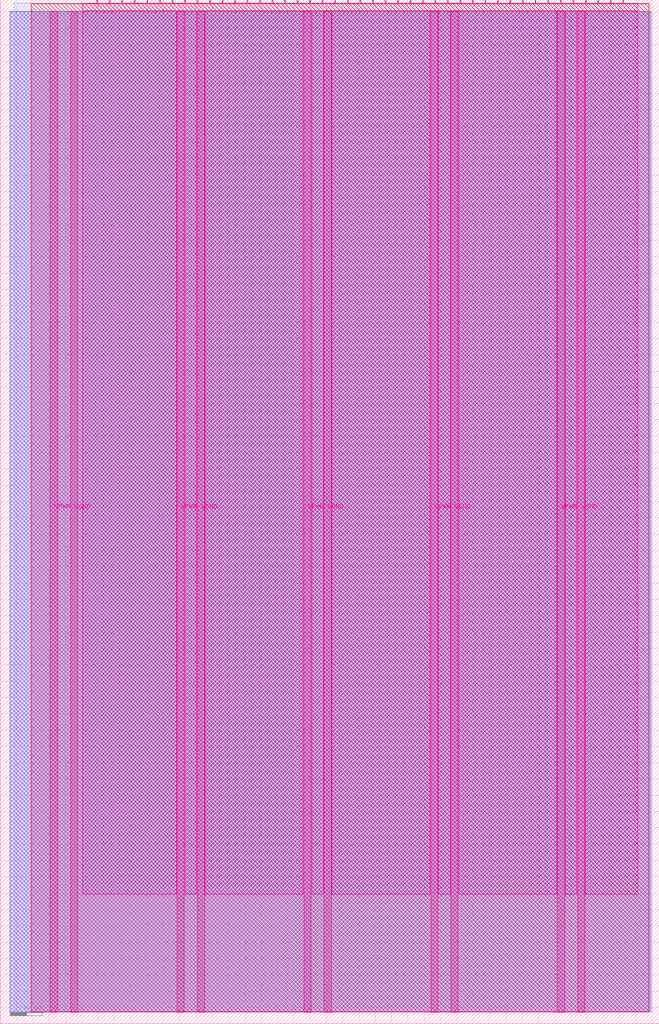
<source format=lef>
VERSION 5.7 ;
  NOWIREEXTENSIONATPIN ON ;
  DIVIDERCHAR "/" ;
  BUSBITCHARS "[]" ;
MACRO tt_um_rejunity_e2m0_x_i8_matmul
  CLASS BLOCK ;
  FOREIGN tt_um_rejunity_e2m0_x_i8_matmul ;
  ORIGIN 0.000 0.000 ;
  SIZE 202.080 BY 313.740 ;
  PIN VGND
    DIRECTION INOUT ;
    USE GROUND ;
    PORT
      LAYER Metal5 ;
        RECT 21.580 3.560 23.780 310.180 ;
    END
    PORT
      LAYER Metal5 ;
        RECT 60.450 3.560 62.650 310.180 ;
    END
    PORT
      LAYER Metal5 ;
        RECT 99.320 3.560 101.520 310.180 ;
    END
    PORT
      LAYER Metal5 ;
        RECT 138.190 3.560 140.390 310.180 ;
    END
    PORT
      LAYER Metal5 ;
        RECT 177.060 3.560 179.260 310.180 ;
    END
  END VGND
  PIN VPWR
    DIRECTION INOUT ;
    USE POWER ;
    PORT
      LAYER Metal5 ;
        RECT 15.380 3.560 17.580 310.180 ;
    END
    PORT
      LAYER Metal5 ;
        RECT 54.250 3.560 56.450 310.180 ;
    END
    PORT
      LAYER Metal5 ;
        RECT 93.120 3.560 95.320 310.180 ;
    END
    PORT
      LAYER Metal5 ;
        RECT 131.990 3.560 134.190 310.180 ;
    END
    PORT
      LAYER Metal5 ;
        RECT 170.860 3.560 173.060 310.180 ;
    END
  END VPWR
  PIN clk
    DIRECTION INPUT ;
    USE SIGNAL ;
    ANTENNAGATEAREA 2.646800 ;
    ANTENNADIFFAREA 8.061600 ;
    PORT
      LAYER Metal5 ;
        RECT 187.050 312.740 187.350 313.740 ;
    END
  END clk
  PIN ena
    DIRECTION INPUT ;
    USE SIGNAL ;
    ANTENNAGATEAREA 0.314600 ;
    PORT
      LAYER Metal5 ;
        RECT 190.890 312.740 191.190 313.740 ;
    END
  END ena
  PIN rst_n
    DIRECTION INPUT ;
    USE SIGNAL ;
    ANTENNAGATEAREA 0.639600 ;
    PORT
      LAYER Metal5 ;
        RECT 183.210 312.740 183.510 313.740 ;
    END
  END rst_n
  PIN ui_in[0]
    DIRECTION INPUT ;
    USE SIGNAL ;
    ANTENNAGATEAREA 0.213200 ;
    PORT
      LAYER Metal5 ;
        RECT 179.370 312.740 179.670 313.740 ;
    END
  END ui_in[0]
  PIN ui_in[1]
    DIRECTION INPUT ;
    USE SIGNAL ;
    ANTENNAGATEAREA 0.213200 ;
    PORT
      LAYER Metal5 ;
        RECT 175.530 312.740 175.830 313.740 ;
    END
  END ui_in[1]
  PIN ui_in[2]
    DIRECTION INPUT ;
    USE SIGNAL ;
    ANTENNAGATEAREA 0.213200 ;
    PORT
      LAYER Metal5 ;
        RECT 171.690 312.740 171.990 313.740 ;
    END
  END ui_in[2]
  PIN ui_in[3]
    DIRECTION INPUT ;
    USE SIGNAL ;
    ANTENNAGATEAREA 0.180700 ;
    PORT
      LAYER Metal5 ;
        RECT 167.850 312.740 168.150 313.740 ;
    END
  END ui_in[3]
  PIN ui_in[4]
    DIRECTION INPUT ;
    USE SIGNAL ;
    ANTENNAGATEAREA 0.213200 ;
    PORT
      LAYER Metal5 ;
        RECT 164.010 312.740 164.310 313.740 ;
    END
  END ui_in[4]
  PIN ui_in[5]
    DIRECTION INPUT ;
    USE SIGNAL ;
    ANTENNAGATEAREA 0.213200 ;
    PORT
      LAYER Metal5 ;
        RECT 160.170 312.740 160.470 313.740 ;
    END
  END ui_in[5]
  PIN ui_in[6]
    DIRECTION INPUT ;
    USE SIGNAL ;
    ANTENNAGATEAREA 0.213200 ;
    PORT
      LAYER Metal5 ;
        RECT 156.330 312.740 156.630 313.740 ;
    END
  END ui_in[6]
  PIN ui_in[7]
    DIRECTION INPUT ;
    USE SIGNAL ;
    ANTENNAGATEAREA 0.213200 ;
    PORT
      LAYER Metal5 ;
        RECT 152.490 312.740 152.790 313.740 ;
    END
  END ui_in[7]
  PIN uio_in[0]
    DIRECTION INPUT ;
    USE SIGNAL ;
    ANTENNAGATEAREA 0.180700 ;
    PORT
      LAYER Metal5 ;
        RECT 148.650 312.740 148.950 313.740 ;
    END
  END uio_in[0]
  PIN uio_in[1]
    DIRECTION INPUT ;
    USE SIGNAL ;
    ANTENNAGATEAREA 0.180700 ;
    PORT
      LAYER Metal5 ;
        RECT 144.810 312.740 145.110 313.740 ;
    END
  END uio_in[1]
  PIN uio_in[2]
    DIRECTION INPUT ;
    USE SIGNAL ;
    ANTENNAGATEAREA 0.180700 ;
    PORT
      LAYER Metal5 ;
        RECT 140.970 312.740 141.270 313.740 ;
    END
  END uio_in[2]
  PIN uio_in[3]
    DIRECTION INPUT ;
    USE SIGNAL ;
    ANTENNAGATEAREA 0.180700 ;
    PORT
      LAYER Metal5 ;
        RECT 137.130 312.740 137.430 313.740 ;
    END
  END uio_in[3]
  PIN uio_in[4]
    DIRECTION INPUT ;
    USE SIGNAL ;
    ANTENNAGATEAREA 0.180700 ;
    PORT
      LAYER Metal5 ;
        RECT 133.290 312.740 133.590 313.740 ;
    END
  END uio_in[4]
  PIN uio_in[5]
    DIRECTION INPUT ;
    USE SIGNAL ;
    ANTENNAGATEAREA 0.180700 ;
    PORT
      LAYER Metal5 ;
        RECT 129.450 312.740 129.750 313.740 ;
    END
  END uio_in[5]
  PIN uio_in[6]
    DIRECTION INPUT ;
    USE SIGNAL ;
    ANTENNAGATEAREA 0.180700 ;
    PORT
      LAYER Metal5 ;
        RECT 125.610 312.740 125.910 313.740 ;
    END
  END uio_in[6]
  PIN uio_in[7]
    DIRECTION INPUT ;
    USE SIGNAL ;
    ANTENNAGATEAREA 0.180700 ;
    PORT
      LAYER Metal5 ;
        RECT 121.770 312.740 122.070 313.740 ;
    END
  END uio_in[7]
  PIN uio_oe[0]
    DIRECTION OUTPUT ;
    USE SIGNAL ;
    ANTENNADIFFAREA 0.299200 ;
    PORT
      LAYER Metal5 ;
        RECT 56.490 312.740 56.790 313.740 ;
    END
  END uio_oe[0]
  PIN uio_oe[1]
    DIRECTION OUTPUT ;
    USE SIGNAL ;
    ANTENNADIFFAREA 0.299200 ;
    PORT
      LAYER Metal5 ;
        RECT 52.650 312.740 52.950 313.740 ;
    END
  END uio_oe[1]
  PIN uio_oe[2]
    DIRECTION OUTPUT ;
    USE SIGNAL ;
    ANTENNADIFFAREA 0.299200 ;
    PORT
      LAYER Metal5 ;
        RECT 48.810 312.740 49.110 313.740 ;
    END
  END uio_oe[2]
  PIN uio_oe[3]
    DIRECTION OUTPUT ;
    USE SIGNAL ;
    ANTENNADIFFAREA 0.299200 ;
    PORT
      LAYER Metal5 ;
        RECT 44.970 312.740 45.270 313.740 ;
    END
  END uio_oe[3]
  PIN uio_oe[4]
    DIRECTION OUTPUT ;
    USE SIGNAL ;
    ANTENNADIFFAREA 0.299200 ;
    PORT
      LAYER Metal5 ;
        RECT 41.130 312.740 41.430 313.740 ;
    END
  END uio_oe[4]
  PIN uio_oe[5]
    DIRECTION OUTPUT ;
    USE SIGNAL ;
    ANTENNADIFFAREA 0.299200 ;
    PORT
      LAYER Metal5 ;
        RECT 37.290 312.740 37.590 313.740 ;
    END
  END uio_oe[5]
  PIN uio_oe[6]
    DIRECTION OUTPUT ;
    USE SIGNAL ;
    ANTENNADIFFAREA 0.299200 ;
    PORT
      LAYER Metal5 ;
        RECT 33.450 312.740 33.750 313.740 ;
    END
  END uio_oe[6]
  PIN uio_oe[7]
    DIRECTION OUTPUT ;
    USE SIGNAL ;
    ANTENNADIFFAREA 0.299200 ;
    PORT
      LAYER Metal5 ;
        RECT 29.610 312.740 29.910 313.740 ;
    END
  END uio_oe[7]
  PIN uio_out[0]
    DIRECTION OUTPUT ;
    USE SIGNAL ;
    ANTENNADIFFAREA 0.299200 ;
    PORT
      LAYER Metal5 ;
        RECT 87.210 312.740 87.510 313.740 ;
    END
  END uio_out[0]
  PIN uio_out[1]
    DIRECTION OUTPUT ;
    USE SIGNAL ;
    ANTENNADIFFAREA 0.299200 ;
    PORT
      LAYER Metal5 ;
        RECT 83.370 312.740 83.670 313.740 ;
    END
  END uio_out[1]
  PIN uio_out[2]
    DIRECTION OUTPUT ;
    USE SIGNAL ;
    ANTENNADIFFAREA 0.299200 ;
    PORT
      LAYER Metal5 ;
        RECT 79.530 312.740 79.830 313.740 ;
    END
  END uio_out[2]
  PIN uio_out[3]
    DIRECTION OUTPUT ;
    USE SIGNAL ;
    ANTENNADIFFAREA 0.299200 ;
    PORT
      LAYER Metal5 ;
        RECT 75.690 312.740 75.990 313.740 ;
    END
  END uio_out[3]
  PIN uio_out[4]
    DIRECTION OUTPUT ;
    USE SIGNAL ;
    ANTENNADIFFAREA 0.299200 ;
    PORT
      LAYER Metal5 ;
        RECT 71.850 312.740 72.150 313.740 ;
    END
  END uio_out[4]
  PIN uio_out[5]
    DIRECTION OUTPUT ;
    USE SIGNAL ;
    ANTENNADIFFAREA 0.299200 ;
    PORT
      LAYER Metal5 ;
        RECT 68.010 312.740 68.310 313.740 ;
    END
  END uio_out[5]
  PIN uio_out[6]
    DIRECTION OUTPUT ;
    USE SIGNAL ;
    ANTENNADIFFAREA 0.299200 ;
    PORT
      LAYER Metal5 ;
        RECT 64.170 312.740 64.470 313.740 ;
    END
  END uio_out[6]
  PIN uio_out[7]
    DIRECTION OUTPUT ;
    USE SIGNAL ;
    ANTENNADIFFAREA 0.299200 ;
    PORT
      LAYER Metal5 ;
        RECT 60.330 312.740 60.630 313.740 ;
    END
  END uio_out[7]
  PIN uo_out[0]
    DIRECTION OUTPUT ;
    USE SIGNAL ;
    ANTENNADIFFAREA 0.654800 ;
    PORT
      LAYER Metal5 ;
        RECT 117.930 312.740 118.230 313.740 ;
    END
  END uo_out[0]
  PIN uo_out[1]
    DIRECTION OUTPUT ;
    USE SIGNAL ;
    ANTENNADIFFAREA 0.706800 ;
    PORT
      LAYER Metal5 ;
        RECT 114.090 312.740 114.390 313.740 ;
    END
  END uo_out[1]
  PIN uo_out[2]
    DIRECTION OUTPUT ;
    USE SIGNAL ;
    ANTENNADIFFAREA 0.654800 ;
    PORT
      LAYER Metal5 ;
        RECT 110.250 312.740 110.550 313.740 ;
    END
  END uo_out[2]
  PIN uo_out[3]
    DIRECTION OUTPUT ;
    USE SIGNAL ;
    ANTENNADIFFAREA 0.654800 ;
    PORT
      LAYER Metal5 ;
        RECT 106.410 312.740 106.710 313.740 ;
    END
  END uo_out[3]
  PIN uo_out[4]
    DIRECTION OUTPUT ;
    USE SIGNAL ;
    ANTENNADIFFAREA 0.654800 ;
    PORT
      LAYER Metal5 ;
        RECT 102.570 312.740 102.870 313.740 ;
    END
  END uo_out[4]
  PIN uo_out[5]
    DIRECTION OUTPUT ;
    USE SIGNAL ;
    ANTENNADIFFAREA 0.654800 ;
    PORT
      LAYER Metal5 ;
        RECT 98.730 312.740 99.030 313.740 ;
    END
  END uo_out[5]
  PIN uo_out[6]
    DIRECTION OUTPUT ;
    USE SIGNAL ;
    ANTENNADIFFAREA 0.654800 ;
    PORT
      LAYER Metal5 ;
        RECT 94.890 312.740 95.190 313.740 ;
    END
  END uo_out[6]
  PIN uo_out[7]
    DIRECTION OUTPUT ;
    USE SIGNAL ;
    ANTENNADIFFAREA 0.654800 ;
    PORT
      LAYER Metal5 ;
        RECT 91.050 312.740 91.350 313.740 ;
    END
  END uo_out[7]
  OBS
      LAYER GatPoly ;
        RECT 2.880 3.630 199.200 310.110 ;
      LAYER Metal1 ;
        RECT 2.880 3.560 199.200 310.180 ;
      LAYER Metal2 ;
        RECT 3.170 3.680 199.620 310.060 ;
      LAYER Metal3 ;
        RECT 4.220 3.635 199.300 312.625 ;
      LAYER Metal4 ;
        RECT 9.455 3.680 198.865 312.580 ;
      LAYER Metal5 ;
        RECT 25.340 312.530 29.400 312.740 ;
        RECT 30.120 312.530 33.240 312.740 ;
        RECT 33.960 312.530 37.080 312.740 ;
        RECT 37.800 312.530 40.920 312.740 ;
        RECT 41.640 312.530 44.760 312.740 ;
        RECT 45.480 312.530 48.600 312.740 ;
        RECT 49.320 312.530 52.440 312.740 ;
        RECT 53.160 312.530 56.280 312.740 ;
        RECT 57.000 312.530 60.120 312.740 ;
        RECT 60.840 312.530 63.960 312.740 ;
        RECT 64.680 312.530 67.800 312.740 ;
        RECT 68.520 312.530 71.640 312.740 ;
        RECT 72.360 312.530 75.480 312.740 ;
        RECT 76.200 312.530 79.320 312.740 ;
        RECT 80.040 312.530 83.160 312.740 ;
        RECT 83.880 312.530 87.000 312.740 ;
        RECT 87.720 312.530 90.840 312.740 ;
        RECT 91.560 312.530 94.680 312.740 ;
        RECT 95.400 312.530 98.520 312.740 ;
        RECT 99.240 312.530 102.360 312.740 ;
        RECT 103.080 312.530 106.200 312.740 ;
        RECT 106.920 312.530 110.040 312.740 ;
        RECT 110.760 312.530 113.880 312.740 ;
        RECT 114.600 312.530 117.720 312.740 ;
        RECT 118.440 312.530 121.560 312.740 ;
        RECT 122.280 312.530 125.400 312.740 ;
        RECT 126.120 312.530 129.240 312.740 ;
        RECT 129.960 312.530 133.080 312.740 ;
        RECT 133.800 312.530 136.920 312.740 ;
        RECT 137.640 312.530 140.760 312.740 ;
        RECT 141.480 312.530 144.600 312.740 ;
        RECT 145.320 312.530 148.440 312.740 ;
        RECT 149.160 312.530 152.280 312.740 ;
        RECT 153.000 312.530 156.120 312.740 ;
        RECT 156.840 312.530 159.960 312.740 ;
        RECT 160.680 312.530 163.800 312.740 ;
        RECT 164.520 312.530 167.640 312.740 ;
        RECT 168.360 312.530 171.480 312.740 ;
        RECT 172.200 312.530 175.320 312.740 ;
        RECT 176.040 312.530 179.160 312.740 ;
        RECT 179.880 312.530 183.000 312.740 ;
        RECT 183.720 312.530 186.840 312.740 ;
        RECT 187.560 312.530 190.680 312.740 ;
        RECT 191.400 312.530 195.460 312.740 ;
        RECT 25.340 310.390 195.460 312.530 ;
        RECT 25.340 39.755 54.040 310.390 ;
        RECT 56.660 39.755 60.240 310.390 ;
        RECT 62.860 39.755 92.910 310.390 ;
        RECT 95.530 39.755 99.110 310.390 ;
        RECT 101.730 39.755 131.780 310.390 ;
        RECT 134.400 39.755 137.980 310.390 ;
        RECT 140.600 39.755 170.650 310.390 ;
        RECT 173.270 39.755 176.850 310.390 ;
        RECT 179.470 39.755 195.460 310.390 ;
  END
END tt_um_rejunity_e2m0_x_i8_matmul
END LIBRARY


</source>
